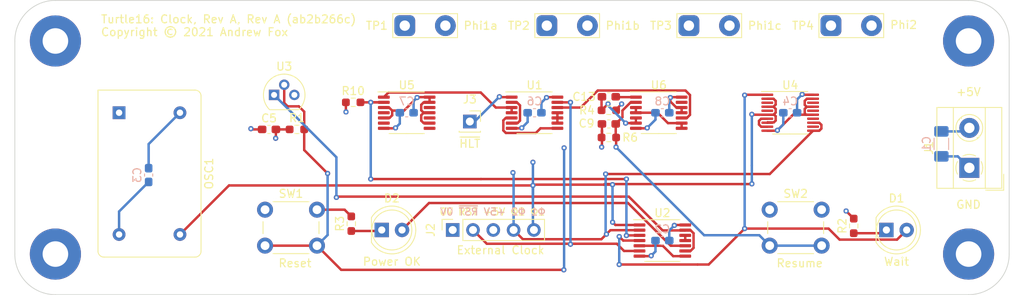
<source format=kicad_pcb>
(kicad_pcb (version 20171130) (host pcbnew "(5.1.9-0-10_14)")
  (title_block (title "Turtle16: Main Board") (date 2021-03-25) (rev "A (Schematic )") (comment 4 "Main board of the Turtle16 sixteen-bit microcomputer"))
  (layers (0 F.Cu signal) (1 In1.Cu power hide) (2 In2.Cu signal) (3 In3.Cu power hide) (4 In4.Cu power hide) (31 B.Cu signal) (34 B.Paste user) (35 F.Paste user) (36 B.SilkS user) (37 F.SilkS user) (38 B.Mask user) (39 F.Mask user) (44 Edge.Cuts user))
  (net 0 "")
  (net 1 GND)
  (net 2 VCC)
  (net 3 "Net-(D1-Pad2)")
  (net 4 "Net-(D1-Pad1)")
  (net 5 /Clock/~HLT)
  (net 6 "Net-(OSC1-Pad1)")
  (net 7 "Net-(R1-Pad2)")
  (net 8 "Net-(D2-Pad1)")
  (net 9 ~RST)
  (net 10 Phi2)
  (net 11 Phi1a)
  (net 12 "Net-(C9-Pad1)")
  (net 13 "Net-(D2-Pad2)")
  (net 14 "Net-(C13-Pad1)")
  (net 15 /Clock/Phi1_0)
  (net 16 /Clock/Phi2_0)
  (net 17 /Clock/RDY)
  (net 18 "Net-(U5-Pad12)")
  (net 19 "Net-(U5-Pad10)")
  (net 20 "Net-(U5-Pad8)")
  (net 21 "Net-(U5-Pad6)")
  (net 22 "Net-(U5-Pad4)")
  (net 23 "Net-(U2-Pad13)")
  (net 24 "Net-(U2-Pad11)")
  (net 25 "Net-(U2-Pad5)")
  (net 26 "Net-(U4-Pad5)")
  (net 27 "Net-(U4-Pad3)")
  (net 28 Phi1b)
  (net 29 Phi1c)
  (net 30 "Net-(U4-Pad12)")
  (net 31 "Net-(U1-Pad10)")
  (net 32 "Net-(U1-Pad5)")
  (net 33 "Net-(U1-Pad2)")
  (net 34 "Net-(U1-Pad3)")
  (net 35 "Net-(C13-Pad2)")
  (net 36 "Net-(U1-Pad12)")
  (net 37 "Net-(U6-Pad13)")
  (net 38 "Net-(U6-Pad3)")
  (module TestPoint:TestPoint_2Pads_Pitch5.08mm_Drill1.3mm (layer F.Cu) (at 180.34 86.36)
    (fp_text reference TP4 (at -3.5 0) (layer F.SilkS))
    (fp_text value Phi2 (at 9.1 -0.1) (layer F.SilkS))
    (pad 2 thru_hole circle (at 5.08 0) (size 2.6 2.6) (drill 1.3) (layers *.Cu *.Mask) (net 1 GND))
    (pad 1 thru_hole roundrect (at 0 0) (size 2.6 2.6) (drill 1.3) (layers *.Cu *.Mask) (net 10 Phi2))
  )
  (module Package_SO:TSSOP-20_4.4x5mm_P0.5mm (layer F.Cu) (at 175.24 97.26)
    (fp_text reference U4 (at 0 -3.45) (layer F.SilkS))
    (fp_text value 74AHCT244)
    (pad 20 smd roundrect (at 2.8625 -2.25) (size 1.475 0.3) (layers F.Cu F.Paste F.Mask) (net 2 VCC))
    (pad 19 smd roundrect (at 2.8625 -1.75) (size 1.475 0.3) (layers F.Cu F.Paste F.Mask) (net 1 GND))
    (pad 18 smd roundrect (at 2.8625 -1.25) (size 1.475 0.3) (layers F.Cu F.Paste F.Mask) (net 11 Phi1a))
    (pad 17 smd roundrect (at 2.8625 -0.75) (size 1.475 0.3) (layers F.Cu F.Paste F.Mask) (net 1 GND))
    (pad 16 smd roundrect (at 2.8625 -0.25) (size 1.475 0.3) (layers F.Cu F.Paste F.Mask) (net 28 Phi1b))
    (pad 15 smd roundrect (at 2.8625 0.25) (size 1.475 0.3) (layers F.Cu F.Paste F.Mask) (net 1 GND))
    (pad 14 smd roundrect (at 2.8625 0.75) (size 1.475 0.3) (layers F.Cu F.Paste F.Mask) (net 29 Phi1c))
    (pad 13 smd roundrect (at 2.8625 1.25) (size 1.475 0.3) (layers F.Cu F.Paste F.Mask) (net 16 /Clock/Phi2_0))
    (pad 12 smd roundrect (at 2.8625 1.75) (size 1.475 0.3) (layers F.Cu F.Paste F.Mask) (net 30 "Net-(U4-Pad12)"))
    (pad 11 smd roundrect (at 2.8625 2.25) (size 1.475 0.3) (layers F.Cu F.Paste F.Mask) (net 16 /Clock/Phi2_0))
    (pad 10 smd roundrect (at -2.8625 2.25) (size 1.475 0.3) (layers F.Cu F.Paste F.Mask) (net 1 GND))
    (pad 9 smd roundrect (at -2.8625 1.75) (size 1.475 0.3) (layers F.Cu F.Paste F.Mask) (net 10 Phi2))
    (pad 8 smd roundrect (at -2.8625 1.25) (size 1.475 0.3) (layers F.Cu F.Paste F.Mask) (net 15 /Clock/Phi1_0))
    (pad 7 smd roundrect (at -2.8625 0.75) (size 1.475 0.3) (layers F.Cu F.Paste F.Mask) (net 10 Phi2))
    (pad 6 smd roundrect (at -2.8625 0.25) (size 1.475 0.3) (layers F.Cu F.Paste F.Mask) (net 15 /Clock/Phi1_0))
    (pad 5 smd roundrect (at -2.8625 -0.25) (size 1.475 0.3) (layers F.Cu F.Paste F.Mask) (net 26 "Net-(U4-Pad5)"))
    (pad 4 smd roundrect (at -2.8625 -0.75) (size 1.475 0.3) (layers F.Cu F.Paste F.Mask) (net 15 /Clock/Phi1_0))
    (pad 3 smd roundrect (at -2.8625 -1.25) (size 1.475 0.3) (layers F.Cu F.Paste F.Mask) (net 27 "Net-(U4-Pad3)"))
    (pad 2 smd roundrect (at -2.8625 -1.75) (size 1.475 0.3) (layers F.Cu F.Paste F.Mask) (net 15 /Clock/Phi1_0))
    (pad 1 smd roundrect (at -2.8625 -2.25) (size 1.475 0.3) (layers F.Cu F.Paste F.Mask) (net 3 "Net-(D1-Pad2)"))
  )
  (module TestPoint:TestPoint_2Pads_Pitch5.08mm_Drill1.3mm (layer F.Cu) (at 162.56 86.36)
    (fp_text reference TP3 (at -3.5 0) (layer F.SilkS))
    (fp_text value Phi1c (at 9.5 0) (layer F.SilkS))
    (pad 2 thru_hole circle (at 5.08 0) (size 2.6 2.6) (drill 1.3) (layers *.Cu *.Mask) (net 1 GND))
    (pad 1 thru_hole roundrect (at 0 0) (size 2.6 2.6) (drill 1.3) (layers *.Cu *.Mask) (net 29 Phi1c))
  )
  (module TestPoint:TestPoint_2Pads_Pitch5.08mm_Drill1.3mm (layer F.Cu) (at 127 86.36)
    (fp_text reference TP1 (at -3.5 0) (layer F.SilkS))
    (fp_text value Phi1a (at 9.5 0) (layer F.SilkS))
    (pad 2 thru_hole circle (at 5.08 0) (size 2.6 2.6) (drill 1.3) (layers *.Cu *.Mask) (net 1 GND))
    (pad 1 thru_hole roundrect (at 0 0) (size 2.6 2.6) (drill 1.3) (layers *.Cu *.Mask) (net 11 Phi1a))
  )
  (module Capacitor_SMD:C_0603_1608Metric_Pad1.08x0.95mm_HandSolder (layer B.Cu) (at 175.24 97.26 180)
    (fp_text reference C4 (at 0 1.43) (layer B.SilkS) (effects (justify mirror)))
    (fp_text value 100nF)
    (pad 2 smd roundrect (at 0.8625 0 180) (size 1.075 0.95) (layers B.Cu B.Paste B.Mask) (net 1 GND))
    (pad 1 smd roundrect (at -0.8625 0 180) (size 1.075 0.95) (layers B.Cu B.Paste B.Mask) (net 2 VCC))
  )
  (module TestPoint:TestPoint_2Pads_Pitch5.08mm_Drill1.3mm (layer F.Cu) (at 144.78 86.36)
    (fp_text reference TP2 (at -3.5 0) (layer F.SilkS))
    (fp_text value Phi1b (at 9.5 0) (layer F.SilkS))
    (pad 2 thru_hole circle (at 5.08 0) (size 2.6 2.6) (drill 1.3) (layers *.Cu *.Mask) (net 1 GND))
    (pad 1 thru_hole roundrect (at 0 0) (size 2.6 2.6) (drill 1.3) (layers *.Cu *.Mask) (net 28 Phi1b))
  )
  (module Resistor_SMD:R_0603_1608Metric_Pad0.98x0.95mm_HandSolder (layer F.Cu) (at 120.54 95.96)
    (fp_text reference R10 (at 0 -1.43) (layer F.SilkS))
    (fp_text value 10kΩ)
    (pad 2 smd roundrect (at 0.9125 0) (size 0.975 0.95) (layers F.Cu F.Paste F.Mask) (net 17 /Clock/RDY))
    (pad 1 smd roundrect (at -0.9125 0) (size 0.975 0.95) (layers F.Cu F.Paste F.Mask) (net 2 VCC))
  )
  (module Connector_PinSocket_2.54mm:PinSocket_1x01_P2.54mm_Vertical (layer F.Cu) (at 135.14 98.36)
    (fp_text reference J3 (at 0 -2.77) (layer F.SilkS))
    (fp_text value ~HLT (at 0 2.77) (layer F.SilkS))
    (pad 1 thru_hole rect (at 0 0) (size 1.7 1.7) (drill 1) (layers *.Cu *.Mask) (net 5 /Clock/~HLT))
  )
  (module Package_SO:TSSOP-14_4.4x5mm_P0.65mm (layer F.Cu) (at 158.79 97.26)
    (fp_text reference U6 (at 0 -3.45) (layer F.SilkS))
    (fp_text value 74AHCT02)
    (pad 14 smd roundrect (at 2.8625 -1.95) (size 1.475 0.4) (layers F.Cu F.Paste F.Mask) (net 2 VCC))
    (pad 13 smd roundrect (at 2.8625 -1.3) (size 1.475 0.4) (layers F.Cu F.Paste F.Mask) (net 37 "Net-(U6-Pad13)"))
    (pad 12 smd roundrect (at 2.8625 -0.65) (size 1.475 0.4) (layers F.Cu F.Paste F.Mask) (net 2 VCC))
    (pad 11 smd roundrect (at 2.8625 0) (size 1.475 0.4) (layers F.Cu F.Paste F.Mask) (net 2 VCC))
    (pad 10 smd roundrect (at 2.8625 0.65) (size 1.475 0.4) (layers F.Cu F.Paste F.Mask) (net 36 "Net-(U1-Pad12)"))
    (pad 9 smd roundrect (at 2.8625 1.3) (size 1.475 0.4) (layers F.Cu F.Paste F.Mask) (net 38 "Net-(U6-Pad3)"))
    (pad 8 smd roundrect (at 2.8625 1.95) (size 1.475 0.4) (layers F.Cu F.Paste F.Mask) (net 38 "Net-(U6-Pad3)"))
    (pad 7 smd roundrect (at -2.8625 1.95) (size 1.475 0.4) (layers F.Cu F.Paste F.Mask) (net 1 GND))
    (pad 6 smd roundrect (at -2.8625 1.3) (size 1.475 0.4) (layers F.Cu F.Paste F.Mask) (net 14 "Net-(C13-Pad1)"))
    (pad 5 smd roundrect (at -2.8625 0.65) (size 1.475 0.4) (layers F.Cu F.Paste F.Mask) (net 14 "Net-(C13-Pad1)"))
    (pad 4 smd roundrect (at -2.8625 0) (size 1.475 0.4) (layers F.Cu F.Paste F.Mask) (net 38 "Net-(U6-Pad3)"))
    (pad 3 smd roundrect (at -2.8625 -0.65) (size 1.475 0.4) (layers F.Cu F.Paste F.Mask) (net 38 "Net-(U6-Pad3)"))
    (pad 2 smd roundrect (at -2.8625 -1.3) (size 1.475 0.4) (layers F.Cu F.Paste F.Mask) (net 12 "Net-(C9-Pad1)"))
    (pad 1 smd roundrect (at -2.8625 -1.95) (size 1.475 0.4) (layers F.Cu F.Paste F.Mask) (net 35 "Net-(C13-Pad2)"))
  )
  (module Package_SO:TSSOP-14_4.4x5mm_P0.65mm (layer F.Cu) (at 127.24 97.26)
    (fp_text reference U5 (at 0 -3.45) (layer F.SilkS))
    (fp_text value 74AHCT05)
    (pad 14 smd roundrect (at 2.8625 -1.95) (size 1.475 0.4) (layers F.Cu F.Paste F.Mask) (net 2 VCC))
    (pad 13 smd roundrect (at 2.8625 -1.3) (size 1.475 0.4) (layers F.Cu F.Paste F.Mask) (net 2 VCC))
    (pad 12 smd roundrect (at 2.8625 -0.65) (size 1.475 0.4) (layers F.Cu F.Paste F.Mask) (net 18 "Net-(U5-Pad12)"))
    (pad 11 smd roundrect (at 2.8625 0) (size 1.475 0.4) (layers F.Cu F.Paste F.Mask) (net 2 VCC))
    (pad 10 smd roundrect (at 2.8625 0.65) (size 1.475 0.4) (layers F.Cu F.Paste F.Mask) (net 19 "Net-(U5-Pad10)"))
    (pad 9 smd roundrect (at 2.8625 1.3) (size 1.475 0.4) (layers F.Cu F.Paste F.Mask) (net 2 VCC))
    (pad 8 smd roundrect (at 2.8625 1.95) (size 1.475 0.4) (layers F.Cu F.Paste F.Mask) (net 20 "Net-(U5-Pad8)"))
    (pad 7 smd roundrect (at -2.8625 1.95) (size 1.475 0.4) (layers F.Cu F.Paste F.Mask) (net 1 GND))
    (pad 6 smd roundrect (at -2.8625 1.3) (size 1.475 0.4) (layers F.Cu F.Paste F.Mask) (net 21 "Net-(U5-Pad6)"))
    (pad 5 smd roundrect (at -2.8625 0.65) (size 1.475 0.4) (layers F.Cu F.Paste F.Mask) (net 2 VCC))
    (pad 4 smd roundrect (at -2.8625 0) (size 1.475 0.4) (layers F.Cu F.Paste F.Mask) (net 22 "Net-(U5-Pad4)"))
    (pad 3 smd roundrect (at -2.8625 -0.65) (size 1.475 0.4) (layers F.Cu F.Paste F.Mask) (net 2 VCC))
    (pad 2 smd roundrect (at -2.8625 -1.3) (size 1.475 0.4) (layers F.Cu F.Paste F.Mask) (net 17 /Clock/RDY))
    (pad 1 smd roundrect (at -2.8625 -1.95) (size 1.475 0.4) (layers F.Cu F.Paste F.Mask) (net 34 "Net-(U1-Pad3)"))
  )
  (module Package_SO:TSSOP-14_4.4x5mm_P0.65mm (layer F.Cu) (at 143.24 97.26)
    (fp_text reference U1 (at 0 -3.45) (layer F.SilkS))
    (fp_text value 74AHCT00)
    (pad 14 smd roundrect (at 2.8625 -1.95) (size 1.475 0.4) (layers F.Cu F.Paste F.Mask) (net 2 VCC))
    (pad 13 smd roundrect (at 2.8625 -1.3) (size 1.475 0.4) (layers F.Cu F.Paste F.Mask) (net 9 ~RST))
    (pad 12 smd roundrect (at 2.8625 -0.65) (size 1.475 0.4) (layers F.Cu F.Paste F.Mask) (net 36 "Net-(U1-Pad12)"))
    (pad 11 smd roundrect (at 2.8625 0) (size 1.475 0.4) (layers F.Cu F.Paste F.Mask) (net 31 "Net-(U1-Pad10)"))
    (pad 10 smd roundrect (at 2.8625 0.65) (size 1.475 0.4) (layers F.Cu F.Paste F.Mask) (net 31 "Net-(U1-Pad10)"))
    (pad 9 smd roundrect (at 2.8625 1.3) (size 1.475 0.4) (layers F.Cu F.Paste F.Mask) (net 31 "Net-(U1-Pad10)"))
    (pad 8 smd roundrect (at 2.8625 1.95) (size 1.475 0.4) (layers F.Cu F.Paste F.Mask) (net 32 "Net-(U1-Pad5)"))
    (pad 7 smd roundrect (at -2.8625 1.95) (size 1.475 0.4) (layers F.Cu F.Paste F.Mask) (net 1 GND))
    (pad 6 smd roundrect (at -2.8625 1.3) (size 1.475 0.4) (layers F.Cu F.Paste F.Mask) (net 33 "Net-(U1-Pad2)"))
    (pad 5 smd roundrect (at -2.8625 0.65) (size 1.475 0.4) (layers F.Cu F.Paste F.Mask) (net 32 "Net-(U1-Pad5)"))
    (pad 4 smd roundrect (at -2.8625 0) (size 1.475 0.4) (layers F.Cu F.Paste F.Mask) (net 34 "Net-(U1-Pad3)"))
    (pad 3 smd roundrect (at -2.8625 -0.65) (size 1.475 0.4) (layers F.Cu F.Paste F.Mask) (net 34 "Net-(U1-Pad3)"))
    (pad 2 smd roundrect (at -2.8625 -1.3) (size 1.475 0.4) (layers F.Cu F.Paste F.Mask) (net 33 "Net-(U1-Pad2)"))
    (pad 1 smd roundrect (at -2.8625 -1.95) (size 1.475 0.4) (layers F.Cu F.Paste F.Mask) (net 5 /Clock/~HLT))
  )
  (module Connector_PinSocket_2.54mm:PinSocket_1x05_P2.54mm_Vertical (layer F.Cu) (at 133 111.935 90)
    (fp_text reference J2 (at 0 -2.77 90) (layer F.SilkS))
    (fp_text value "External Clock" (at -2.525 11.557) (layer F.SilkS) (effects (justify right)))
    (pad 5 thru_hole oval (at 0 10.16 90) (size 1.7 1.7) (drill 1) (layers *.Cu *.Mask) (net 15 /Clock/Phi1_0))
    (pad 4 thru_hole oval (at 0 7.62 90) (size 1.7 1.7) (drill 1) (layers *.Cu *.Mask) (net 16 /Clock/Phi2_0))
    (pad 3 thru_hole oval (at 0 5.08 90) (size 1.7 1.7) (drill 1) (layers *.Cu *.Mask) (net 2 VCC))
    (pad 2 thru_hole oval (at 0 2.54 90) (size 1.7 1.7) (drill 1) (layers *.Cu *.Mask) (net 9 ~RST))
    (pad 1 thru_hole rect (at 0 0 90) (size 1.7 1.7) (drill 1) (layers *.Cu *.Mask) (net 1 GND))
  )
  (module TerminalBlock_MetzConnect:TerminalBlock_MetzConnect_Type055_RT01502HDWU_1x02_P5.00mm_Horizontal (layer F.Cu) (at 197.66 104.16 90)
    (fp_text reference J1 (at 2.5 -5.06 90) (layer F.SilkS))
    (fp_text value Screw_Terminal_01x02)
    (pad 1 thru_hole rect (at 0 0 90) (size 2.5 2.5) (drill 1.3) (layers *.Cu *.Mask) (net 1 GND))
    (pad 2 thru_hole circle (at 5 0 90) (size 2.5 2.5) (drill 1.3) (layers *.Cu *.Mask) (net 2 VCC))
  )
  (module Package_TO_SOT_THT:TO-92 (layer F.Cu) (at 110.64 95.03)
    (fp_text reference U3 (at 1.27 -3.56) (layer F.SilkS))
    (fp_text value MCP100-450D)
    (pad 1 thru_hole rect (at 0 0) (size 1.3 1.3) (drill 0.75) (layers *.Cu *.Mask) (net 23 "Net-(U2-Pad13)"))
    (pad 3 thru_hole circle (at 2.54 0) (size 1.3 1.3) (drill 0.75) (layers *.Cu *.Mask) (net 1 GND))
    (pad 2 thru_hole circle (at 1.27 -1.27) (size 1.3 1.3) (drill 0.75) (layers *.Cu *.Mask) (net 7 "Net-(R1-Pad2)"))
  )
  (module Package_SO:TSSOP-14_4.4x5mm_P0.65mm (layer F.Cu) (at 159.24 113.26)
    (fp_text reference U2 (at 0 -3.45) (layer F.SilkS))
    (fp_text value 74AHCT04)
    (pad 14 smd roundrect (at 2.8625 -1.95) (size 1.475 0.4) (layers F.Cu F.Paste F.Mask) (net 2 VCC))
    (pad 13 smd roundrect (at 2.8625 -1.3) (size 1.475 0.4) (layers F.Cu F.Paste F.Mask) (net 23 "Net-(U2-Pad13)"))
    (pad 12 smd roundrect (at 2.8625 -0.65) (size 1.475 0.4) (layers F.Cu F.Paste F.Mask) (net 24 "Net-(U2-Pad11)"))
    (pad 11 smd roundrect (at 2.8625 0) (size 1.475 0.4) (layers F.Cu F.Paste F.Mask) (net 24 "Net-(U2-Pad11)"))
    (pad 10 smd roundrect (at 2.8625 0.65) (size 1.475 0.4) (layers F.Cu F.Paste F.Mask) (net 13 "Net-(D2-Pad2)"))
    (pad 9 smd roundrect (at 2.8625 1.3) (size 1.475 0.4) (layers F.Cu F.Paste F.Mask) (net 23 "Net-(U2-Pad13)"))
    (pad 8 smd roundrect (at 2.8625 1.95) (size 1.475 0.4) (layers F.Cu F.Paste F.Mask) (net 25 "Net-(U2-Pad5)"))
    (pad 7 smd roundrect (at -2.8625 1.95) (size 1.475 0.4) (layers F.Cu F.Paste F.Mask) (net 1 GND))
    (pad 6 smd roundrect (at -2.8625 1.3) (size 1.475 0.4) (layers F.Cu F.Paste F.Mask) (net 9 ~RST))
    (pad 5 smd roundrect (at -2.8625 0.65) (size 1.475 0.4) (layers F.Cu F.Paste F.Mask) (net 25 "Net-(U2-Pad5)"))
    (pad 4 smd roundrect (at -2.8625 0) (size 1.475 0.4) (layers F.Cu F.Paste F.Mask) (net 3 "Net-(D1-Pad2)"))
    (pad 3 smd roundrect (at -2.8625 -0.65) (size 1.475 0.4) (layers F.Cu F.Paste F.Mask) (net 17 /Clock/RDY))
    (pad 2 smd roundrect (at -2.8625 -1.3) (size 1.475 0.4) (layers F.Cu F.Paste F.Mask) (net 16 /Clock/Phi2_0))
    (pad 1 smd roundrect (at -2.8625 -1.95) (size 1.475 0.4) (layers F.Cu F.Paste F.Mask) (net 15 /Clock/Phi1_0))
  )
  (module Button_Switch_THT:SW_PUSH_6mm_H5mm (layer F.Cu) (at 172.675 109.395)
    (fp_text reference SW2 (at 3.25 -2) (layer F.SilkS))
    (fp_text value Resume (at 3.75 6.7) (layer F.SilkS))
    (pad 1 thru_hole circle (at 6.5 0 90) (size 2 2) (drill 1.1) (layers *.Cu *.Mask) (net 2 VCC))
    (pad 2 thru_hole circle (at 6.5 4.5 90) (size 2 2) (drill 1.1) (layers *.Cu *.Mask) (net 12 "Net-(C9-Pad1)"))
    (pad 1 thru_hole circle (at 0 0 90) (size 2 2) (drill 1.1) (layers *.Cu *.Mask) (net 2 VCC))
    (pad 2 thru_hole circle (at 0 4.5 90) (size 2 2) (drill 1.1) (layers *.Cu *.Mask) (net 12 "Net-(C9-Pad1)"))
  )
  (module Button_Switch_THT:SW_PUSH_6mm_H5mm (layer F.Cu) (at 109.51 109.395)
    (fp_text reference SW1 (at 3.25 -2) (layer F.SilkS))
    (fp_text value Reset (at 3.75 6.7) (layer F.SilkS))
    (pad 1 thru_hole circle (at 6.5 0 90) (size 2 2) (drill 1.1) (layers *.Cu *.Mask) (net 1 GND))
    (pad 2 thru_hole circle (at 6.5 4.5 90) (size 2 2) (drill 1.1) (layers *.Cu *.Mask) (net 7 "Net-(R1-Pad2)"))
    (pad 1 thru_hole circle (at 0 0 90) (size 2 2) (drill 1.1) (layers *.Cu *.Mask) (net 1 GND))
    (pad 2 thru_hole circle (at 0 4.5 90) (size 2 2) (drill 1.1) (layers *.Cu *.Mask) (net 7 "Net-(R1-Pad2)"))
  )
  (module Resistor_SMD:R_0603_1608Metric_Pad0.98x0.95mm_HandSolder (layer F.Cu) (at 152.54 100.36 180)
    (fp_text reference R6 (at -2.667 0) (layer F.SilkS))
    (fp_text value 1kΩ)
    (pad 2 smd roundrect (at 0.9125 0 180) (size 0.975 0.95) (layers F.Cu F.Paste F.Mask) (net 1 GND))
    (pad 1 smd roundrect (at -0.9125 0 180) (size 0.975 0.95) (layers F.Cu F.Paste F.Mask) (net 12 "Net-(C9-Pad1)"))
  )
  (module Resistor_SMD:R_0603_1608Metric_Pad0.98x0.95mm_HandSolder (layer F.Cu) (at 152.54 96.96 180)
    (fp_text reference R4 (at 2.7413 0) (layer F.SilkS))
    (fp_text value 1kΩ)
    (pad 2 smd roundrect (at 0.9125 0 180) (size 0.975 0.95) (layers F.Cu F.Paste F.Mask) (net 14 "Net-(C13-Pad1)"))
    (pad 1 smd roundrect (at -0.9125 0 180) (size 0.975 0.95) (layers F.Cu F.Paste F.Mask) (net 2 VCC))
  )
  (module Resistor_SMD:R_0603_1608Metric_Pad0.98x0.95mm_HandSolder (layer F.Cu) (at 120.305 111.1495 90)
    (fp_text reference R3 (at 0 -1.43 90) (layer F.SilkS))
    (fp_text value 220Ω)
    (pad 2 smd roundrect (at 0.9125 0 90) (size 0.975 0.95) (layers F.Cu F.Paste F.Mask) (net 1 GND))
    (pad 1 smd roundrect (at -0.9125 0 90) (size 0.975 0.95) (layers F.Cu F.Paste F.Mask) (net 8 "Net-(D2-Pad1)"))
  )
  (module Resistor_SMD:R_0603_1608Metric_Pad0.98x0.95mm_HandSolder (layer F.Cu) (at 183.1925 111.427 90)
    (fp_text reference R2 (at 0 -1.43 90) (layer F.SilkS))
    (fp_text value 220Ω)
    (pad 2 smd roundrect (at 0.9125 0 90) (size 0.975 0.95) (layers F.Cu F.Paste F.Mask) (net 1 GND))
    (pad 1 smd roundrect (at -0.9125 0 90) (size 0.975 0.95) (layers F.Cu F.Paste F.Mask) (net 4 "Net-(D1-Pad1)"))
  )
  (module Resistor_SMD:R_0603_1608Metric_Pad0.98x0.95mm_HandSolder (layer F.Cu) (at 113.4975 99.348)
    (fp_text reference R1 (at 0 -1.43) (layer F.SilkS))
    (fp_text value 1kΩ)
    (pad 2 smd roundrect (at 0.9125 0) (size 0.975 0.95) (layers F.Cu F.Paste F.Mask) (net 7 "Net-(R1-Pad2)"))
    (pad 1 smd roundrect (at -0.9125 0) (size 0.975 0.95) (layers F.Cu F.Paste F.Mask) (net 2 VCC))
  )
  (module Oscillator:Oscillator_DIP-14 (layer F.Cu) (at 91.24 97.26 270)
    (fp_text reference OSC1 (at 7.62 -11.26 90) (layer F.SilkS))
    (fp_text value 12MHz)
    (pad 7 thru_hole circle (at 15.24 0 270) (size 1.6 1.6) (drill 0.8) (layers *.Cu *.Mask) (net 1 GND))
    (pad 8 thru_hole circle (at 15.24 -7.62 270) (size 1.6 1.6) (drill 0.8) (layers *.Cu *.Mask) (net 15 /Clock/Phi1_0))
    (pad 14 thru_hole circle (at 0 -7.62 270) (size 1.6 1.6) (drill 0.8) (layers *.Cu *.Mask) (net 2 VCC))
    (pad 1 thru_hole rect (at 0 0 270) (size 1.6 1.6) (drill 0.8) (layers *.Cu *.Mask) (net 6 "Net-(OSC1-Pad1)"))
  )
  (module MountingHole:MountingHole_3.2mm_M3_Pad (layer F.Cu) (at 83.27 114.95)
    (fp_text reference H4 hide)
    (fp_text value MountingHole_Pad)
    (pad 1 thru_hole circle (at 0 0) (size 6.4 6.4) (drill 3.2) (layers *.Cu *.Mask) (net 1 GND))
  )
  (module MountingHole:MountingHole_3.2mm_M3_Pad (layer F.Cu) (at 197.57 114.95)
    (fp_text reference H3 hide)
    (fp_text value MountingHole_Pad)
    (pad 1 thru_hole circle (at 0 0) (size 6.4 6.4) (drill 3.2) (layers *.Cu *.Mask) (net 1 GND))
  )
  (module MountingHole:MountingHole_3.2mm_M3_Pad (layer F.Cu) (at 197.57 88.28)
    (fp_text reference H2 hide)
    (fp_text value MountingHole_Pad)
    (pad 1 thru_hole circle (at 0 0) (size 6.4 6.4) (drill 3.2) (layers *.Cu *.Mask) (net 1 GND))
  )
  (module MountingHole:MountingHole_3.2mm_M3_Pad (layer F.Cu) (at 83.27 88.28)
    (fp_text reference H1 hide)
    (fp_text value MountingHole_Pad)
    (pad 1 thru_hole circle (at 0 0) (size 6.4 6.4) (drill 3.2) (layers *.Cu *.Mask) (net 1 GND))
  )
  (module LED_THT:LED_D5.0mm (layer F.Cu) (at 124.115 111.935)
    (fp_text reference D2 (at 1.27 -3.96) (layer F.SilkS))
    (fp_text value "Power OK" (at 1.27 3.96) (layer F.SilkS))
    (pad 2 thru_hole circle (at 2.54 0) (size 1.8 1.8) (drill 0.9) (layers *.Cu *.Mask) (net 13 "Net-(D2-Pad2)"))
    (pad 1 thru_hole rect (at 0 0) (size 1.8 1.8) (drill 0.9) (layers *.Cu *.Mask) (net 8 "Net-(D2-Pad1)"))
  )
  (module LED_THT:LED_D5.0mm (layer F.Cu) (at 187.28 111.935)
    (fp_text reference D1 (at 1.27 -3.96) (layer F.SilkS))
    (fp_text value Wait (at 1.27 3.96) (layer F.SilkS))
    (pad 2 thru_hole circle (at 2.54 0) (size 1.8 1.8) (drill 0.9) (layers *.Cu *.Mask) (net 3 "Net-(D1-Pad2)"))
    (pad 1 thru_hole rect (at 0 0) (size 1.8 1.8) (drill 0.9) (layers *.Cu *.Mask) (net 4 "Net-(D1-Pad1)"))
  )
  (module Capacitor_SMD:C_0603_1608Metric_Pad1.08x0.95mm_HandSolder (layer F.Cu) (at 152.54 95.26)
    (fp_text reference C13 (at -3.1 0) (layer F.SilkS))
    (fp_text value 22pF)
    (pad 2 smd roundrect (at 0.8625 0) (size 1.075 0.95) (layers F.Cu F.Paste F.Mask) (net 35 "Net-(C13-Pad2)"))
    (pad 1 smd roundrect (at -0.8625 0) (size 1.075 0.95) (layers F.Cu F.Paste F.Mask) (net 14 "Net-(C13-Pad1)"))
  )
  (module Capacitor_SMD:C_0603_1608Metric_Pad1.08x0.95mm_HandSolder (layer F.Cu) (at 152.54 98.66 180)
    (fp_text reference C9 (at 2.794 0.0635) (layer F.SilkS))
    (fp_text value 10uF)
    (pad 2 smd roundrect (at 0.8625 0 180) (size 1.075 0.95) (layers F.Cu F.Paste F.Mask) (net 1 GND))
    (pad 1 smd roundrect (at -0.8625 0 180) (size 1.075 0.95) (layers F.Cu F.Paste F.Mask) (net 12 "Net-(C9-Pad1)"))
  )
  (module Capacitor_SMD:C_0603_1608Metric_Pad1.08x0.95mm_HandSolder (layer B.Cu) (at 159.24 97.26 180)
    (fp_text reference C8 (at 0 1.43) (layer B.SilkS) (effects (justify mirror)))
    (fp_text value 100nF)
    (pad 2 smd roundrect (at 0.8625 0 180) (size 1.075 0.95) (layers B.Cu B.Paste B.Mask) (net 1 GND))
    (pad 1 smd roundrect (at -0.8625 0 180) (size 1.075 0.95) (layers B.Cu B.Paste B.Mask) (net 2 VCC))
  )
  (module Capacitor_SMD:C_0603_1608Metric_Pad1.08x0.95mm_HandSolder (layer B.Cu) (at 127.24 97.26 180)
    (fp_text reference C7 (at 0 1.43 180) (layer B.SilkS) (effects (justify mirror)))
    (fp_text value 100nF)
    (pad 2 smd roundrect (at 0.8625 0 180) (size 1.075 0.95) (layers B.Cu B.Paste B.Mask) (net 1 GND))
    (pad 1 smd roundrect (at -0.8625 0 180) (size 1.075 0.95) (layers B.Cu B.Paste B.Mask) (net 2 VCC))
  )
  (module Capacitor_SMD:C_0603_1608Metric_Pad1.08x0.95mm_HandSolder (layer B.Cu) (at 143.24 97.26 180)
    (fp_text reference C6 (at 0 1.43) (layer B.SilkS) (effects (justify mirror)))
    (fp_text value 100nF)
    (pad 2 smd roundrect (at 0.8625 0 180) (size 1.075 0.95) (layers B.Cu B.Paste B.Mask) (net 1 GND))
    (pad 1 smd roundrect (at -0.8625 0 180) (size 1.075 0.95) (layers B.Cu B.Paste B.Mask) (net 2 VCC))
  )
  (module Capacitor_SMD:C_0603_1608Metric_Pad1.08x0.95mm_HandSolder (layer F.Cu) (at 110.005 99.348 180)
    (fp_text reference C5 (at 0 1.397) (layer F.SilkS))
    (fp_text value 100nF)
    (pad 2 smd roundrect (at 0.8625 0 180) (size 1.075 0.95) (layers F.Cu F.Paste F.Mask) (net 1 GND))
    (pad 1 smd roundrect (at -0.8625 0 180) (size 1.075 0.95) (layers F.Cu F.Paste F.Mask) (net 2 VCC))
  )
  (module Capacitor_SMD:C_0603_1608Metric_Pad1.08x0.95mm_HandSolder (layer B.Cu) (at 94.94 105.06 270)
    (fp_text reference C3 (at 0 1.43 90) (layer B.SilkS) (effects (justify mirror)))
    (fp_text value 100nF)
    (pad 2 smd roundrect (at 0.8625 0 270) (size 1.075 0.95) (layers B.Cu B.Paste B.Mask) (net 1 GND))
    (pad 1 smd roundrect (at -0.8625 0 270) (size 1.075 0.95) (layers B.Cu B.Paste B.Mask) (net 2 VCC))
  )
  (module Capacitor_SMD:C_0603_1608Metric_Pad1.08x0.95mm_HandSolder (layer B.Cu) (at 159.24 113.26 180)
    (fp_text reference C2 (at 0 1.43) (layer B.SilkS) (effects (justify mirror)))
    (fp_text value 100nF)
    (pad 2 smd roundrect (at 0.8625 0 180) (size 1.075 0.95) (layers B.Cu B.Paste B.Mask) (net 1 GND))
    (pad 1 smd roundrect (at -0.8625 0 180) (size 1.075 0.95) (layers B.Cu B.Paste B.Mask) (net 2 VCC))
  )
  (module Capacitor_SMD:C_1206_3216Metric_Pad1.33x1.80mm_HandSolder (layer B.Cu) (at 194.16 101.16 270)
    (fp_text reference C1 (at 0 1.85 270) (layer B.SilkS) (effects (justify mirror)))
    (fp_text value 100µF)
    (pad 1 smd roundrect (at -1.5625 0 270) (size 1.325 1.8) (layers B.Cu B.Paste B.Mask) (roundrect_rratio 0.1886769811320755) (net 2 VCC))
    (pad 2 smd roundrect (at 1.5625 0 270) (size 1.325 1.8) (layers B.Cu B.Paste B.Mask) (roundrect_rratio 0.1886769811320755) (net 1 GND))
  )
  (gr_text "Φ1 Φ2 +5V ~RST~ 0V" (at 131.34 109.66) (layer B.SilkS) (effects (font (size 0.9 0.9)) (justify right mirror)))
  (gr_text GND (at 197.56 108.76) (layer F.SilkS) (effects (font (size 1 1))))
  (gr_text +5V (at 197.56 94.66) (layer F.SilkS) (effects (font (size 1 1))))
  (gr_text "0V ~RST~ +5V Φ2 Φ1" (at 144.64 109.66) (layer F.SilkS) (effects (font (size 0.9 0.9)) (justify right)))
  (gr_text "Turtle16: Clock, Rev A, Rev A (ab2b266c)\nCopyright © 2021 Andrew Fox" (at 88.9 86.36) (layer F.SilkS) (effects (font (size 1 1)) (justify left)))
  (gr_line (start 83.27 120.03) (end 197.57 120.03) (layer Edge.Cuts) (width 0.1))
  (gr_line (start 78.19 88.28) (end 78.19 114.95) (layer Edge.Cuts) (width 0.1))
  (gr_line (start 197.57 83.2) (end 83.27 83.2) (layer Edge.Cuts) (width 0.1))
  (gr_line (start 202.65 114.95) (end 202.65 88.28) (layer Edge.Cuts) (width 0.1))
  (gr_arc (start 83.27 88.28) (end 83.27 83.2) (angle -90) (layer Edge.Cuts) (width 0.1))
  (gr_arc (start 83.27 114.95) (end 78.19 114.95) (angle -90) (layer Edge.Cuts) (width 0.1))
  (gr_arc (start 197.57 114.95) (end 197.57 120.03) (angle -90) (layer Edge.Cuts) (width 0.1))
  (gr_arc (start 197.57 88.28) (end 202.65 88.28) (angle -90) (layer Edge.Cuts) (width 0.1))
  (via (at 107.74 99.26) (size 0.65) (drill 0.3) (layers F.Cu B.Cu) (net 1))
  (via (at 157.84 115.16) (size 0.65) (drill 0.3) (layers F.Cu B.Cu) (net 1))
  (segment (start 94.94 105.9225) (end 91.24 109.6225) (width 0.3048) (layer B.Cu) (net 1))
  (segment (start 91.24 109.6225) (end 91.24 112.5) (width 0.3048) (layer B.Cu) (net 1))
  (segment (start 157.79 115.21) (end 157.84 115.16) (width 0.3048) (layer F.Cu) (net 1))
  (segment (start 156.3775 115.21) (end 157.79 115.21) (width 0.3048) (layer F.Cu) (net 1))
  (segment (start 158.3775 114.6225) (end 157.84 115.16) (width 0.3048) (layer B.Cu) (net 1))
  (segment (start 158.3775 113.26) (end 158.3775 114.6225) (width 0.3048) (layer B.Cu) (net 1))
  (segment (start 119.463 109.395) (end 120.305 110.237) (width 0.3048) (layer F.Cu) (net 1))
  (segment (start 116.01 109.395) (end 119.463 109.395) (width 0.3048) (layer F.Cu) (net 1))
  (segment (start 107.828 99.348) (end 107.74 99.26) (width 0.3048) (layer F.Cu) (net 1))
  (segment (start 109.1425 99.348) (end 107.828 99.348) (width 0.3048) (layer F.Cu) (net 1))
  (segment (start 196.2225 102.7225) (end 197.66 104.16) (width 0.3048) (layer B.Cu) (net 1))
  (segment (start 194.16 102.7225) (end 196.2225 102.7225) (width 0.3048) (layer B.Cu) (net 1))
  (via (at 141.64 99.16) (size 0.65) (drill 0.3) (layers F.Cu B.Cu) (net 1))
  (segment (start 141.59 99.21) (end 141.64 99.16) (width 0.3048) (layer F.Cu) (net 1))
  (segment (start 140.3775 99.21) (end 141.59 99.21) (width 0.3048) (layer F.Cu) (net 1))
  (segment (start 142.3775 98.4225) (end 141.64 99.16) (width 0.3048) (layer B.Cu) (net 1))
  (segment (start 142.3775 97.26) (end 142.3775 98.4225) (width 0.3048) (layer B.Cu) (net 1))
  (via (at 125.84 99.16) (size 0.65) (drill 0.3) (layers F.Cu B.Cu) (net 1))
  (segment (start 125.79 99.21) (end 125.84 99.16) (width 0.3048) (layer F.Cu) (net 1))
  (segment (start 124.3775 99.21) (end 125.79 99.21) (width 0.3048) (layer F.Cu) (net 1))
  (segment (start 126.3775 98.6225) (end 125.84 99.16) (width 0.3048) (layer B.Cu) (net 1))
  (segment (start 126.3775 97.26) (end 126.3775 98.6225) (width 0.3048) (layer B.Cu) (net 1))
  (segment (start 151.6775 100.31) (end 151.6275 100.36) (width 0.3048) (layer F.Cu) (net 1))
  (segment (start 151.6775 101.5225) (end 151.64 101.56) (width 0.3048) (layer F.Cu) (net 1))
  (segment (start 151.6775 99.5225) (end 151.6775 101.5225) (width 0.3048) (layer F.Cu) (net 1))
  (segment (start 151.6775 98.66) (end 151.6775 99.5225) (width 0.3048) (layer F.Cu) (net 1))
  (via (at 151.64 101.56) (size 0.65) (drill 0.3) (layers F.Cu B.Cu) (net 1))
  (segment (start 151.6775 99.5225) (end 151.6775 100.31) (width 0.3048) (layer F.Cu) (net 1))
  (via (at 157.34 99.16) (size 0.65) (drill 0.3) (layers F.Cu B.Cu) (net 1))
  (segment (start 157.29 99.21) (end 157.34 99.16) (width 0.3048) (layer F.Cu) (net 1))
  (segment (start 155.9275 99.21) (end 157.29 99.21) (width 0.3048) (layer F.Cu) (net 1))
  (segment (start 158.3775 98.1225) (end 157.34 99.16) (width 0.3048) (layer B.Cu) (net 1))
  (segment (start 158.3775 97.26) (end 158.3775 98.1225) (width 0.3048) (layer B.Cu) (net 1))
  (segment (start 183.1925 110.5125) (end 182.24 109.56) (width 0.3048) (layer F.Cu) (net 1))
  (via (at 182.24 109.56) (size 0.65) (drill 0.3) (layers F.Cu B.Cu) (net 1))
  (segment (start 183.1925 110.5145) (end 183.1925 110.5125) (width 0.3048) (layer F.Cu) (net 1))
  (via (at 173.64 99.46) (size 0.65) (drill 0.3) (layers F.Cu B.Cu) (net 1))
  (segment (start 173.59 99.51) (end 173.64 99.46) (width 0.3048) (layer F.Cu) (net 1))
  (segment (start 172.3775 99.51) (end 173.59 99.51) (width 0.3048) (layer F.Cu) (net 1))
  (segment (start 174.3775 98.7225) (end 173.64 99.46) (width 0.3048) (layer B.Cu) (net 1))
  (segment (start 174.3775 97.26) (end 174.3775 98.7225) (width 0.3048) (layer B.Cu) (net 1))
  (segment (start 177.06019 95.777676) (end 177.06019 96.28019) (width 0.3048) (layer F.Cu) (net 1))
  (segment (start 177.327866 95.51) (end 177.06019 95.777676) (width 0.3048) (layer F.Cu) (net 1))
  (segment (start 177.29 96.51) (end 178.1025 96.51) (width 0.3048) (layer F.Cu) (net 1))
  (segment (start 177.06019 96.28019) (end 177.29 96.51) (width 0.3048) (layer F.Cu) (net 1))
  (segment (start 178.1025 95.51) (end 177.327866 95.51) (width 0.3048) (layer F.Cu) (net 1))
  (segment (start 177.06019 97.332704) (end 177.237486 97.51) (width 0.3048) (layer F.Cu) (net 1))
  (segment (start 177.327866 96.51) (end 177.06019 96.777676) (width 0.3048) (layer F.Cu) (net 1))
  (segment (start 177.237486 97.51) (end 178.1025 97.51) (width 0.3048) (layer F.Cu) (net 1))
  (segment (start 177.06019 96.777676) (end 177.06019 97.332704) (width 0.3048) (layer F.Cu) (net 1))
  (segment (start 178.1025 96.51) (end 177.327866 96.51) (width 0.3048) (layer F.Cu) (net 1))
  (segment (start 175.59 97.51) (end 173.64 99.46) (width 0.3048) (layer F.Cu) (net 1))
  (segment (start 178.1025 97.51) (end 175.59 97.51) (width 0.3048) (layer F.Cu) (net 1))
  (via (at 160.74 111.36) (size 0.65) (drill 0.3) (layers F.Cu B.Cu) (net 2))
  (via (at 110.84 100.46) (size 0.65) (drill 0.3) (layers F.Cu B.Cu) (net 2))
  (segment (start 94.94 101.18) (end 98.86 97.26) (width 0.3048) (layer B.Cu) (net 2))
  (segment (start 94.94 104.1975) (end 94.94 101.18) (width 0.3048) (layer B.Cu) (net 2))
  (segment (start 160.1025 111.9975) (end 160.74 111.36) (width 0.3048) (layer B.Cu) (net 2))
  (segment (start 160.1025 113.26) (end 160.1025 111.9975) (width 0.3048) (layer B.Cu) (net 2))
  (segment (start 160.79 111.31) (end 160.74 111.36) (width 0.3048) (layer F.Cu) (net 2))
  (segment (start 162.1025 111.31) (end 160.79 111.31) (width 0.3048) (layer F.Cu) (net 2))
  (segment (start 112.585 99.348) (end 110.8675 99.348) (width 0.3048) (layer F.Cu) (net 2))
  (segment (start 110.8675 100.4325) (end 110.84 100.46) (width 0.3048) (layer F.Cu) (net 2))
  (segment (start 110.8675 99.348) (end 110.8675 100.4325) (width 0.3048) (layer F.Cu) (net 2))
  (segment (start 197.2225 99.5975) (end 197.66 99.16) (width 0.3048) (layer B.Cu) (net 2))
  (segment (start 194.16 99.5975) (end 197.2225 99.5975) (width 0.3048) (layer B.Cu) (net 2))
  (via (at 144.74 95.36) (size 0.65) (drill 0.3) (layers F.Cu B.Cu) (net 2))
  (segment (start 144.79 95.31) (end 144.74 95.36) (width 0.3048) (layer F.Cu) (net 2))
  (segment (start 146.1025 95.31) (end 144.79 95.31) (width 0.3048) (layer F.Cu) (net 2))
  (segment (start 144.1025 95.9975) (end 144.74 95.36) (width 0.3048) (layer B.Cu) (net 2))
  (segment (start 144.1025 97.26) (end 144.1025 95.9975) (width 0.3048) (layer B.Cu) (net 2))
  (segment (start 130.1025 95.31) (end 130.1025 95.96) (width 0.3048) (layer F.Cu) (net 2))
  (via (at 128.54 95.36) (size 0.65) (drill 0.3) (layers F.Cu B.Cu) (net 2))
  (segment (start 128.59 95.31) (end 128.54 95.36) (width 0.3048) (layer F.Cu) (net 2))
  (segment (start 130.1025 95.31) (end 128.59 95.31) (width 0.3048) (layer F.Cu) (net 2))
  (segment (start 128.1025 95.7975) (end 128.54 95.36) (width 0.3048) (layer B.Cu) (net 2))
  (segment (start 128.1025 97.26) (end 128.1025 95.7975) (width 0.3048) (layer B.Cu) (net 2))
  (segment (start 125.09 97.91) (end 124.3775 97.91) (width 0.3048) (layer F.Cu) (net 2))
  (segment (start 125.41981 97.58019) (end 125.09 97.91) (width 0.3048) (layer F.Cu) (net 2))
  (segment (start 125.41981 96.99232) (end 125.41981 97.58019) (width 0.3048) (layer F.Cu) (net 2))
  (segment (start 125.03749 96.61) (end 125.41981 96.99232) (width 0.3048) (layer F.Cu) (net 2))
  (segment (start 124.3775 96.61) (end 125.03749 96.61) (width 0.3048) (layer F.Cu) (net 2))
  (segment (start 126.90768 96.99232) (end 128.54 95.36) (width 0.3048) (layer F.Cu) (net 2))
  (segment (start 125.41981 96.99232) (end 126.90768 96.99232) (width 0.3048) (layer F.Cu) (net 2))
  (segment (start 129.06019 97.56481) (end 129.365 97.26) (width 0.3048) (layer F.Cu) (net 2))
  (segment (start 129.06019 98.25519) (end 129.06019 97.56481) (width 0.3048) (layer F.Cu) (net 2))
  (segment (start 129.365 98.56) (end 129.06019 98.25519) (width 0.3048) (layer F.Cu) (net 2))
  (segment (start 130.1025 98.56) (end 129.365 98.56) (width 0.3048) (layer F.Cu) (net 2))
  (segment (start 129.06019 96.26481) (end 129.365 95.96) (width 0.3048) (layer F.Cu) (net 2))
  (segment (start 129.06019 96.95519) (end 129.06019 96.26481) (width 0.3048) (layer F.Cu) (net 2))
  (segment (start 129.365 95.96) (end 130.1025 95.96) (width 0.3048) (layer F.Cu) (net 2))
  (segment (start 129.365 97.26) (end 129.06019 96.95519) (width 0.3048) (layer F.Cu) (net 2))
  (segment (start 130.1025 97.26) (end 129.365 97.26) (width 0.3048) (layer F.Cu) (net 2))
  (via (at 160.24 95.36) (size 0.65) (drill 0.3) (layers F.Cu B.Cu) (net 2))
  (segment (start 160.29 95.31) (end 160.24 95.36) (width 0.3048) (layer F.Cu) (net 2))
  (segment (start 161.6525 95.31) (end 160.29 95.31) (width 0.3048) (layer F.Cu) (net 2))
  (segment (start 160.1025 95.4975) (end 160.24 95.36) (width 0.3048) (layer B.Cu) (net 2))
  (segment (start 160.1025 97.26) (end 160.1025 95.4975) (width 0.3048) (layer B.Cu) (net 2))
  (segment (start 161.6525 96.61) (end 161.6525 97.26) (width 0.3048) (layer F.Cu) (net 2))
  (segment (start 160.24 95.85749) (end 160.24 95.36) (width 0.3048) (layer F.Cu) (net 2))
  (segment (start 160.99251 96.61) (end 160.24 95.85749) (width 0.3048) (layer F.Cu) (net 2))
  (segment (start 161.6525 96.61) (end 160.99251 96.61) (width 0.3048) (layer F.Cu) (net 2))
  (segment (start 153.4525 96.8475) (end 154.14 96.16) (width 0.3048) (layer F.Cu) (net 2))
  (via (at 154.14 96.16) (size 0.65) (drill 0.3) (layers F.Cu B.Cu) (net 2))
  (segment (start 153.4525 96.96) (end 153.4525 96.8475) (width 0.3048) (layer F.Cu) (net 2))
  (segment (start 119.6275 97.1475) (end 119.64 97.16) (width 0.3048) (layer F.Cu) (net 2))
  (via (at 119.64 97.16) (size 0.65) (drill 0.3) (layers F.Cu B.Cu) (net 2))
  (segment (start 119.6275 95.96) (end 119.6275 97.1475) (width 0.3048) (layer F.Cu) (net 2))
  (via (at 176.74 94.96) (size 0.65) (drill 0.3) (layers F.Cu B.Cu) (net 2))
  (segment (start 176.79 95.01) (end 176.74 94.96) (width 0.3048) (layer F.Cu) (net 2))
  (segment (start 178.1025 95.01) (end 176.79 95.01) (width 0.3048) (layer F.Cu) (net 2))
  (segment (start 176.1025 95.5975) (end 176.74 94.96) (width 0.3048) (layer B.Cu) (net 2))
  (segment (start 176.1025 97.26) (end 176.1025 95.5975) (width 0.3048) (layer B.Cu) (net 2))
  (segment (start 189.82 111.935) (end 188.615199 113.139801) (width 0.3048) (layer F.Cu) (net 3))
  (via (at 153.84 116.26) (size 0.65) (drill 0.3) (layers F.Cu B.Cu) (net 3))
  (via (at 153.84 112.76) (size 0.65) (drill 0.3) (layers F.Cu B.Cu) (net 3))
  (segment (start 154.34 113.26) (end 153.84 112.76) (width 0.3048) (layer F.Cu) (net 3))
  (segment (start 156.3775 113.26) (end 154.34 113.26) (width 0.3048) (layer F.Cu) (net 3))
  (segment (start 153.84 116.26) (end 153.84 112.76) (width 0.3048) (layer B.Cu) (net 3))
  (via (at 169.54 95.06) (size 0.65) (drill 0.3) (layers F.Cu B.Cu) (net 3))
  (segment (start 169.59 95.01) (end 169.54 95.06) (width 0.3048) (layer F.Cu) (net 3))
  (segment (start 172.3775 95.01) (end 169.59 95.01) (width 0.3048) (layer F.Cu) (net 3))
  (via (at 169.54 111.76) (size 0.65) (drill 0.3) (layers F.Cu B.Cu) (net 3))
  (segment (start 169.54 95.06) (end 169.54 111.76) (width 0.3048) (layer B.Cu) (net 3))
  (segment (start 165.04 116.26) (end 169.54 111.76) (width 0.3048) (layer F.Cu) (net 3))
  (segment (start 163.64 116.26) (end 165.04 116.26) (width 0.3048) (layer F.Cu) (net 3))
  (segment (start 163.64 116.26) (end 153.84 116.26) (width 0.3048) (layer F.Cu) (net 3))
  (segment (start 180.04 111.76) (end 181.419801 113.139801) (width 0.3048) (layer F.Cu) (net 3))
  (segment (start 169.54 111.76) (end 180.04 111.76) (width 0.3048) (layer F.Cu) (net 3))
  (segment (start 188.615199 113.139801) (end 181.419801 113.139801) (width 0.3048) (layer F.Cu) (net 3))
  (segment (start 186.8755 112.3395) (end 187.28 111.935) (width 0.3048) (layer F.Cu) (net 4))
  (segment (start 183.1925 112.3395) (end 186.8755 112.3395) (width 0.3048) (layer F.Cu) (net 4))
  (via (at 138.84 95.26) (size 0.65) (drill 0.3) (layers F.Cu B.Cu) (net 5))
  (segment (start 138.89 95.31) (end 138.84 95.26) (width 0.3048) (layer F.Cu) (net 5))
  (segment (start 140.3775 95.31) (end 138.89 95.31) (width 0.3048) (layer F.Cu) (net 5))
  (segment (start 135.74 98.36) (end 135.14 98.36) (width 0.3048) (layer B.Cu) (net 5))
  (segment (start 138.84 95.26) (end 135.74 98.36) (width 0.3048) (layer B.Cu) (net 5))
  (segment (start 109.51 113.895) (end 116.01 113.895) (width 0.3048) (layer F.Cu) (net 7))
  (segment (start 111.91 96.03) (end 111.91 93.76) (width 0.3048) (layer F.Cu) (net 7))
  (segment (start 112.34 96.46) (end 111.91 96.03) (width 0.3048) (layer F.Cu) (net 7))
  (segment (start 113.74 96.46) (end 112.34 96.46) (width 0.3048) (layer F.Cu) (net 7))
  (segment (start 114.41 97.13) (end 113.74 96.46) (width 0.3048) (layer F.Cu) (net 7))
  (segment (start 114.41 99.348) (end 114.41 97.13) (width 0.3048) (layer F.Cu) (net 7))
  (segment (start 116.01 113.895) (end 119.04 116.925) (width 0.3048) (layer F.Cu) (net 7))
  (via (at 146.94 101.66) (size 0.65) (drill 0.3) (layers F.Cu B.Cu) (net 7))
  (via (at 146.905 116.925) (size 0.65) (drill 0.3) (layers F.Cu B.Cu) (net 7))
  (segment (start 146.94 116.89) (end 146.905 116.925) (width 0.3048) (layer B.Cu) (net 7))
  (segment (start 146.94 101.66) (end 146.94 116.89) (width 0.3048) (layer B.Cu) (net 7))
  (segment (start 119.04 116.925) (end 146.905 116.925) (width 0.3048) (layer F.Cu) (net 7))
  (via (at 117.34 104.86) (size 0.65) (drill 0.3) (layers F.Cu B.Cu) (net 7))
  (segment (start 114.41 101.93) (end 117.34 104.86) (width 0.3048) (layer F.Cu) (net 7))
  (segment (start 114.41 99.348) (end 114.41 101.93) (width 0.3048) (layer F.Cu) (net 7))
  (segment (start 117.34 112.565) (end 116.01 113.895) (width 0.3048) (layer B.Cu) (net 7))
  (segment (start 117.34 104.86) (end 117.34 112.565) (width 0.3048) (layer B.Cu) (net 7))
  (segment (start 123.988 112.062) (end 124.115 111.935) (width 0.3048) (layer F.Cu) (net 8))
  (segment (start 120.305 112.062) (end 123.988 112.062) (width 0.3048) (layer F.Cu) (net 8))
  (segment (start 156.3775 114.56) (end 154.44 114.56) (width 0.3048) (layer F.Cu) (net 9))
  (segment (start 135.54 111.935) (end 137.265 113.66) (width 0.3048) (layer F.Cu) (net 9))
  (segment (start 153.54 113.66) (end 154.44 114.56) (width 0.3048) (layer F.Cu) (net 9))
  (via (at 147.74 95.96) (size 0.65) (drill 0.3) (layers F.Cu B.Cu) (net 9))
  (segment (start 146.1025 95.96) (end 147.74 95.96) (width 0.3048) (layer F.Cu) (net 9))
  (via (at 147.74 113.719601) (size 0.65) (drill 0.3) (layers F.Cu B.Cu) (net 9))
  (segment (start 147.74 95.96) (end 147.74 113.719601) (width 0.3048) (layer B.Cu) (net 9))
  (segment (start 147.799601 113.66) (end 147.74 113.719601) (width 0.3048) (layer F.Cu) (net 9))
  (segment (start 148.34 113.66) (end 147.799601 113.66) (width 0.3048) (layer F.Cu) (net 9))
  (segment (start 137.265 113.66) (end 148.34 113.66) (width 0.3048) (layer F.Cu) (net 9))
  (segment (start 148.34 113.66) (end 153.54 113.66) (width 0.3048) (layer F.Cu) (net 9))
  (segment (start 171.33519 98.742324) (end 171.602866 99.01) (width 0.3048) (layer F.Cu) (net 10))
  (segment (start 171.33519 98.277676) (end 171.33519 98.742324) (width 0.3048) (layer F.Cu) (net 10))
  (segment (start 171.602866 98.01) (end 171.33519 98.277676) (width 0.3048) (layer F.Cu) (net 10))
  (segment (start 171.602866 99.01) (end 172.3775 99.01) (width 0.3048) (layer F.Cu) (net 10))
  (segment (start 172.3775 98.01) (end 171.602866 98.01) (width 0.3048) (layer F.Cu) (net 10))
  (segment (start 179.175 113.895) (end 172.675 113.895) (width 0.3048) (layer B.Cu) (net 12))
  (segment (start 153.4025 100.31) (end 153.4525 100.36) (width 0.3048) (layer F.Cu) (net 12))
  (segment (start 153.4025 98.66) (end 153.4025 100.31) (width 0.3048) (layer F.Cu) (net 12))
  (segment (start 155.26751 95.96) (end 154.24481 96.9827) (width 0.3048) (layer F.Cu) (net 12))
  (segment (start 154.24481 97.81769) (end 153.4025 98.66) (width 0.3048) (layer F.Cu) (net 12))
  (segment (start 154.24481 96.9827) (end 154.24481 97.81769) (width 0.3048) (layer F.Cu) (net 12))
  (segment (start 155.9275 95.96) (end 155.26751 95.96) (width 0.3048) (layer F.Cu) (net 12))
  (via (at 153.44 101.56) (size 0.65) (drill 0.3) (layers F.Cu B.Cu) (net 12))
  (segment (start 153.4525 101.5475) (end 153.44 101.56) (width 0.3048) (layer F.Cu) (net 12))
  (segment (start 153.4525 100.36) (end 153.4525 101.5475) (width 0.3048) (layer F.Cu) (net 12))
  (segment (start 164.470199 112.590199) (end 153.44 101.56) (width 0.3048) (layer B.Cu) (net 12))
  (segment (start 171.370199 112.590199) (end 164.470199 112.590199) (width 0.3048) (layer B.Cu) (net 12))
  (segment (start 172.675 113.895) (end 171.370199 112.590199) (width 0.3048) (layer B.Cu) (net 12))
  (segment (start 154.93749 108.56) (end 130.03 108.56) (width 0.3048) (layer F.Cu) (net 13))
  (segment (start 160.28749 113.91) (end 154.93749 108.56) (width 0.3048) (layer F.Cu) (net 13))
  (segment (start 130.03 108.56) (end 126.655 111.935) (width 0.3048) (layer F.Cu) (net 13))
  (segment (start 162.1025 113.91) (end 160.28749 113.91) (width 0.3048) (layer F.Cu) (net 13))
  (segment (start 155.9275 98.56) (end 155.9275 97.91) (width 0.3048) (layer F.Cu) (net 14))
  (via (at 154.64 98.56) (size 0.65) (drill 0.3) (layers F.Cu B.Cu) (net 14))
  (segment (start 155.9275 98.56) (end 154.64 98.56) (width 0.3048) (layer F.Cu) (net 14))
  (via (at 152.44 96.16) (size 0.65) (drill 0.3) (layers F.Cu B.Cu) (net 14))
  (segment (start 152.44 96.36) (end 152.44 96.16) (width 0.3048) (layer B.Cu) (net 14))
  (segment (start 154.64 98.56) (end 152.44 96.36) (width 0.3048) (layer B.Cu) (net 14))
  (segment (start 152.4275 96.16) (end 151.6275 96.96) (width 0.3048) (layer F.Cu) (net 14))
  (segment (start 152.44 96.16) (end 152.4275 96.16) (width 0.3048) (layer F.Cu) (net 14))
  (segment (start 151.6275 95.31) (end 151.6775 95.26) (width 0.3048) (layer F.Cu) (net 14))
  (segment (start 151.6275 96.96) (end 151.6275 95.31) (width 0.3048) (layer F.Cu) (net 14))
  (via (at 143.04 106.36) (size 0.65) (drill 0.3) (layers F.Cu B.Cu) (net 15))
  (segment (start 143.04 111.815) (end 143.16 111.935) (width 0.3048) (layer B.Cu) (net 15))
  (via (at 143.04 103.46) (size 0.65) (drill 0.3) (layers F.Cu B.Cu) (net 15))
  (segment (start 143.04 103.46) (end 143.04 107.96) (width 0.3048) (layer B.Cu) (net 15))
  (segment (start 143.04 107.96) (end 143.04 111.815) (width 0.3048) (layer B.Cu) (net 15))
  (segment (start 143.04 106.36) (end 143.04 107.96) (width 0.3048) (layer B.Cu) (net 15))
  (via (at 152.999601 106.26) (size 0.65) (drill 0.3) (layers F.Cu B.Cu) (net 15))
  (segment (start 143.14 103.56) (end 143.04 103.46) (width 0.3048) (layer F.Cu) (net 15))
  (via (at 153.0102 110.96) (size 0.65) (drill 0.3) (layers F.Cu B.Cu) (net 15))
  (segment (start 153.3602 111.31) (end 153.0102 110.96) (width 0.3048) (layer F.Cu) (net 15))
  (segment (start 156.3775 111.31) (end 153.3602 111.31) (width 0.3048) (layer F.Cu) (net 15))
  (segment (start 153.0102 108.210998) (end 152.999601 108.200399) (width 0.3048) (layer B.Cu) (net 15))
  (segment (start 153.0102 110.96) (end 153.0102 108.210998) (width 0.3048) (layer B.Cu) (net 15))
  (segment (start 152.999601 106.26) (end 152.999601 108.200399) (width 0.3048) (layer B.Cu) (net 15))
  (segment (start 98.86 112.5) (end 99.2 112.5) (width 0.3048) (layer F.Cu) (net 15))
  (segment (start 143.14 106.26) (end 143.04 106.36) (width 0.3048) (layer F.Cu) (net 15))
  (segment (start 105 106.36) (end 98.86 112.5) (width 0.3048) (layer F.Cu) (net 15))
  (segment (start 143.04 106.36) (end 105 106.36) (width 0.3048) (layer F.Cu) (net 15))
  (segment (start 173.41981 97.687296) (end 173.242514 97.51) (width 0.3048) (layer F.Cu) (net 15))
  (segment (start 173.194924 98.46721) (end 173.41981 98.242324) (width 0.3048) (layer F.Cu) (net 15))
  (segment (start 172.40779 98.46721) (end 173.194924 98.46721) (width 0.3048) (layer F.Cu) (net 15))
  (segment (start 172.3775 98.4975) (end 172.40779 98.46721) (width 0.3048) (layer F.Cu) (net 15))
  (segment (start 173.242514 97.51) (end 172.3775 97.51) (width 0.3048) (layer F.Cu) (net 15))
  (segment (start 173.41981 98.242324) (end 173.41981 97.687296) (width 0.3048) (layer F.Cu) (net 15))
  (segment (start 172.3775 98.51) (end 172.3775 98.4975) (width 0.3048) (layer F.Cu) (net 15))
  (segment (start 173.41981 96.777676) (end 173.152134 96.51) (width 0.3048) (layer F.Cu) (net 15))
  (segment (start 173.41981 97.242324) (end 173.41981 96.777676) (width 0.3048) (layer F.Cu) (net 15))
  (segment (start 173.152134 97.51) (end 173.41981 97.242324) (width 0.3048) (layer F.Cu) (net 15))
  (segment (start 172.3775 97.51) (end 173.152134 97.51) (width 0.3048) (layer F.Cu) (net 15))
  (segment (start 173.152134 95.51) (end 172.3775 95.51) (width 0.3048) (layer F.Cu) (net 15))
  (segment (start 173.41981 95.777676) (end 173.152134 95.51) (width 0.3048) (layer F.Cu) (net 15))
  (segment (start 173.41981 96.242324) (end 173.41981 95.777676) (width 0.3048) (layer F.Cu) (net 15))
  (segment (start 173.152134 96.51) (end 173.41981 96.242324) (width 0.3048) (layer F.Cu) (net 15))
  (segment (start 172.3775 96.51) (end 173.152134 96.51) (width 0.3048) (layer F.Cu) (net 15))
  (via (at 170.44 97.46) (size 0.65) (drill 0.3) (layers F.Cu B.Cu) (net 15))
  (segment (start 170.49 97.51) (end 170.44 97.46) (width 0.3048) (layer F.Cu) (net 15))
  (segment (start 172.3775 97.51) (end 170.49 97.51) (width 0.3048) (layer F.Cu) (net 15))
  (segment (start 152.010199 106.189801) (end 151.94 106.26) (width 0.3048) (layer F.Cu) (net 15))
  (segment (start 151.94 106.26) (end 143.14 106.26) (width 0.3048) (layer F.Cu) (net 15))
  (segment (start 152.999601 106.26) (end 151.94 106.26) (width 0.3048) (layer F.Cu) (net 15))
  (segment (start 169.110199 106.189801) (end 170.410199 106.189801) (width 0.3048) (layer F.Cu) (net 15))
  (via (at 170.44 106.16) (size 0.65) (drill 0.3) (layers F.Cu B.Cu) (net 15))
  (segment (start 170.410199 106.189801) (end 170.44 106.16) (width 0.3048) (layer F.Cu) (net 15))
  (segment (start 169.110199 106.189801) (end 152.010199 106.189801) (width 0.3048) (layer F.Cu) (net 15))
  (segment (start 170.44 106.16) (end 170.44 103.86) (width 0.3048) (layer B.Cu) (net 15))
  (segment (start 170.44 97.46) (end 170.44 103.86) (width 0.3048) (layer B.Cu) (net 15))
  (segment (start 140.62 104.84) (end 140.54 104.76) (width 0.3048) (layer B.Cu) (net 16))
  (via (at 140.54 104.76) (size 0.65) (drill 0.3) (layers F.Cu B.Cu) (net 16))
  (segment (start 140.62 111.935) (end 140.62 104.84) (width 0.3048) (layer B.Cu) (net 16))
  (segment (start 141.774801 113.089801) (end 140.62 111.935) (width 0.3048) (layer F.Cu) (net 16))
  (segment (start 151.610199 113.089801) (end 141.774801 113.089801) (width 0.3048) (layer F.Cu) (net 16))
  (segment (start 156.3775 111.96) (end 152.74 111.96) (width 0.3048) (layer F.Cu) (net 16))
  (segment (start 179.14481 98.777676) (end 179.14481 99.242324) (width 0.3048) (layer F.Cu) (net 16))
  (segment (start 178.877134 98.51) (end 179.14481 98.777676) (width 0.3048) (layer F.Cu) (net 16))
  (segment (start 178.877134 99.51) (end 178.1025 99.51) (width 0.3048) (layer F.Cu) (net 16))
  (segment (start 179.14481 99.242324) (end 178.877134 99.51) (width 0.3048) (layer F.Cu) (net 16))
  (segment (start 178.1025 98.51) (end 178.877134 98.51) (width 0.3048) (layer F.Cu) (net 16))
  (via (at 152.14 104.9302) (size 0.65) (drill 0.3) (layers F.Cu B.Cu) (net 16))
  (segment (start 172.6823 104.9302) (end 152.14 104.9302) (width 0.3048) (layer F.Cu) (net 16))
  (segment (start 178.1025 99.51) (end 172.6823 104.9302) (width 0.3048) (layer F.Cu) (net 16))
  (via (at 152.24 112.46) (size 0.65) (drill 0.3) (layers F.Cu B.Cu) (net 16))
  (segment (start 152.14 104.9302) (end 152.14 112.36) (width 0.3048) (layer B.Cu) (net 16))
  (segment (start 152.14 112.36) (end 152.24 112.46) (width 0.3048) (layer B.Cu) (net 16))
  (segment (start 152.24 112.46) (end 151.610199 113.089801) (width 0.3048) (layer F.Cu) (net 16))
  (segment (start 152.74 111.96) (end 152.24 112.46) (width 0.3048) (layer F.Cu) (net 16))
  (via (at 154.74 112.6302) (size 0.65) (drill 0.3) (layers F.Cu B.Cu) (net 17))
  (segment (start 154.7602 112.61) (end 154.74 112.6302) (width 0.3048) (layer F.Cu) (net 17))
  (segment (start 156.3775 112.61) (end 154.7602 112.61) (width 0.3048) (layer F.Cu) (net 17))
  (via (at 122.74 95.96) (size 0.65) (drill 0.3) (layers F.Cu B.Cu) (net 17))
  (segment (start 124.3775 95.96) (end 122.74 95.96) (width 0.3048) (layer F.Cu) (net 17))
  (segment (start 124.3775 95.96) (end 121.4525 95.96) (width 0.3048) (layer F.Cu) (net 17))
  (via (at 154.74 105.56) (size 0.65) (drill 0.3) (layers F.Cu B.Cu) (net 17))
  (segment (start 154.74 112.6302) (end 154.74 105.56) (width 0.3048) (layer B.Cu) (net 17))
  (segment (start 154.74 105.56) (end 136.54 105.56) (width 0.3048) (layer F.Cu) (net 17))
  (via (at 122.74 105.56) (size 0.65) (drill 0.3) (layers F.Cu B.Cu) (net 17))
  (segment (start 136.54 105.56) (end 122.74 105.56) (width 0.3048) (layer F.Cu) (net 17))
  (segment (start 122.74 105.56) (end 122.74 95.96) (width 0.3048) (layer B.Cu) (net 17))
  (segment (start 162.76249 114.56) (end 162.1025 114.56) (width 0.3048) (layer F.Cu) (net 23))
  (segment (start 163.14481 114.17768) (end 162.76249 114.56) (width 0.3048) (layer F.Cu) (net 23))
  (segment (start 163.14481 112.34232) (end 163.14481 114.17768) (width 0.3048) (layer F.Cu) (net 23))
  (segment (start 162.76249 111.96) (end 163.14481 112.34232) (width 0.3048) (layer F.Cu) (net 23))
  (segment (start 162.1025 111.96) (end 162.76249 111.96) (width 0.3048) (layer F.Cu) (net 23))
  (segment (start 162.072699 111.989801) (end 162.1025 111.96) (width 0.3048) (layer F.Cu) (net 23))
  (segment (start 159.269801 111.989801) (end 162.072699 111.989801) (width 0.3048) (layer F.Cu) (net 23))
  (segment (start 155.04 107.76) (end 159.269801 111.989801) (width 0.3048) (layer F.Cu) (net 23))
  (segment (start 155.04 107.76) (end 154.04 107.76) (width 0.3048) (layer F.Cu) (net 23))
  (via (at 118.44 107.86) (size 0.65) (drill 0.3) (layers F.Cu B.Cu) (net 23))
  (segment (start 118.54 107.76) (end 118.44 107.86) (width 0.3048) (layer F.Cu) (net 23))
  (segment (start 154.04 107.76) (end 118.54 107.76) (width 0.3048) (layer F.Cu) (net 23))
  (segment (start 118.44 102.83) (end 110.64 95.03) (width 0.3048) (layer B.Cu) (net 23))
  (segment (start 118.44 107.86) (end 118.44 102.83) (width 0.3048) (layer B.Cu) (net 23))
  (segment (start 162.1025 113.26) (end 162.1025 112.61) (width 0.3048) (layer F.Cu) (net 24))
  (segment (start 162.1025 115.21) (end 160.59 115.21) (width 0.3048) (layer F.Cu) (net 25))
  (segment (start 159.29 113.91) (end 156.3775 113.91) (width 0.3048) (layer F.Cu) (net 25))
  (segment (start 160.59 115.21) (end 159.29 113.91) (width 0.3048) (layer F.Cu) (net 25))
  (segment (start 146.1025 98.56) (end 146.1025 97.26) (width 0.3048) (layer F.Cu) (net 31))
  (segment (start 139.647311 99.789801) (end 143.410199 99.789801) (width 0.3048) (layer F.Cu) (net 32))
  (segment (start 139.33519 99.47768) (end 139.647311 99.789801) (width 0.3048) (layer F.Cu) (net 32))
  (segment (start 139.33519 98.21481) (end 139.33519 99.47768) (width 0.3048) (layer F.Cu) (net 32))
  (segment (start 139.64 97.91) (end 139.33519 98.21481) (width 0.3048) (layer F.Cu) (net 32))
  (segment (start 140.3775 97.91) (end 139.64 97.91) (width 0.3048) (layer F.Cu) (net 32))
  (segment (start 143.99 99.21) (end 146.1025 99.21) (width 0.3048) (layer F.Cu) (net 32))
  (segment (start 143.410199 99.789801) (end 143.99 99.21) (width 0.3048) (layer F.Cu) (net 32))
  (segment (start 141.41981 98.25519) (end 141.115 98.56) (width 0.3048) (layer F.Cu) (net 33))
  (segment (start 141.03749 95.96) (end 141.41981 96.34232) (width 0.3048) (layer F.Cu) (net 33))
  (segment (start 141.115 98.56) (end 140.3775 98.56) (width 0.3048) (layer F.Cu) (net 33))
  (segment (start 141.41981 96.34232) (end 141.41981 98.25519) (width 0.3048) (layer F.Cu) (net 33))
  (segment (start 140.3775 95.96) (end 141.03749 95.96) (width 0.3048) (layer F.Cu) (net 33))
  (segment (start 140.3775 97.26) (end 140.3775 96.61) (width 0.3048) (layer F.Cu) (net 34))
  (segment (start 124.957301 94.730199) (end 124.3775 95.31) (width 0.3048) (layer F.Cu) (net 34))
  (segment (start 136.510199 94.730199) (end 124.957301 94.730199) (width 0.3048) (layer F.Cu) (net 34))
  (segment (start 138.39 96.61) (end 136.510199 94.730199) (width 0.3048) (layer F.Cu) (net 34))
  (segment (start 140.3775 96.61) (end 138.39 96.61) (width 0.3048) (layer F.Cu) (net 34))
  (segment (start 153.4525 95.31) (end 153.4025 95.26) (width 0.3048) (layer F.Cu) (net 35))
  (segment (start 155.9275 95.31) (end 153.4525 95.31) (width 0.3048) (layer F.Cu) (net 35))
  (segment (start 162.31249 97.91) (end 161.6525 97.91) (width 0.3048) (layer F.Cu) (net 36))
  (segment (start 162.69481 97.52768) (end 162.31249 97.91) (width 0.3048) (layer F.Cu) (net 36))
  (segment (start 146.1025 96.61) (end 149.023056 96.61) (width 0.3048) (layer F.Cu) (net 36))
  (segment (start 162.13268 94.48019) (end 162.69481 95.04232) (width 0.3048) (layer F.Cu) (net 36))
  (segment (start 151.152866 94.48019) (end 162.13268 94.48019) (width 0.3048) (layer F.Cu) (net 36))
  (segment (start 149.023056 96.61) (end 151.152866 94.48019) (width 0.3048) (layer F.Cu) (net 36))
  (segment (start 162.69481 95.04232) (end 162.69481 97.52768) (width 0.3048) (layer F.Cu) (net 36))
  (segment (start 155.9275 97.26) (end 155.9275 96.61) (width 0.3048) (layer F.Cu) (net 38))
  (segment (start 155.9275 97.26) (end 158.64 97.26) (width 0.3048) (layer F.Cu) (net 38))
  (segment (start 159.94 98.56) (end 161.6525 98.56) (width 0.3048) (layer F.Cu) (net 38))
  (segment (start 158.64 97.26) (end 159.94 98.56) (width 0.3048) (layer F.Cu) (net 38))
  (segment (start 161.6525 98.56) (end 161.6525 99.21) (width 0.3048) (layer F.Cu) (net 38))
)
</source>
